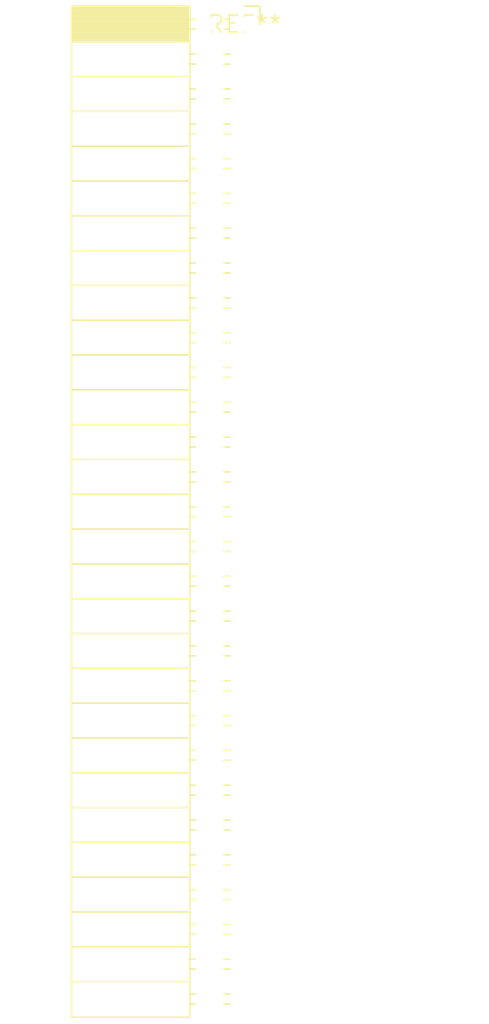
<source format=kicad_pcb>
(kicad_pcb (version 20240108) (generator pcbnew)
  (layers (0 "F.Cu" signal) (31 "B.Cu" signal) (34 "B.Paste" user) (35 "F.Paste" user) (36 "B.SilkS" user "B.Silkscreen") (37 "F.SilkS" user "F.Silkscreen") (38 "B.Mask" user) (39 "F.Mask" user) (44 "Edge.Cuts" user))
  (net 0 "")
  (footprint "PinSocket_2x29_P2.54mm_Horizontal" (layer "F.Cu") (at 0 0)
    (property "Reference" "REF**")
    (property "Value" "PinSocket_2x29_P2.54mm_Horizontal")
    (fp_line (start -12.63 -1.33) (end -12.63 72.45) (layer "F.SilkS") (stroke (width 0.12)))
    (fp_line (start -12.63 -1.33) (end -4 -1.33) (layer "F.SilkS") (stroke (width 0.12)))
    (fp_line (start -12.63 -1.21) (end -4 -1.21) (layer "F.SilkS") (stroke (width 0.12)))
    (fp_line (start -12.63 -1.091905) (end -4 -1.091905) (layer "F.SilkS") (stroke (width 0.12)))
    (fp_line (start -12.63 -0.97381) (end -4 -0.97381) (layer "F.SilkS") (stroke (width 0.12)))
    (fp_line (start -12.63 -0.855715) (end -4 -0.855715) (layer "F.SilkS") (stroke (width 0.12)))
    (fp_line (start -12.63 -0.73762) (end -4 -0.73762) (layer "F.SilkS") (stroke (width 0.12)))
    (fp_line (start -12.63 -0.619525) (end -4 -0.619525) (layer "F.SilkS") (stroke (width 0.12)))
    (fp_line (start -12.63 -0.50143) (end -4 -0.50143) (layer "F.SilkS") (stroke (width 0.12)))
    (fp_line (start -12.63 -0.383335) (end -4 -0.383335) (layer "F.SilkS") (stroke (width 0.12)))
    (fp_line (start -12.63 -0.26524) (end -4 -0.26524) (layer "F.SilkS") (stroke (width 0.12)))
    (fp_line (start -12.63 -0.147145) (end -4 -0.147145) (layer "F.SilkS") (stroke (width 0.12)))
    (fp_line (start -12.63 -0.02905) (end -4 -0.02905) (layer "F.SilkS") (stroke (width 0.12)))
    (fp_line (start -12.63 0.089045) (end -4 0.089045) (layer "F.SilkS") (stroke (width 0.12)))
    (fp_line (start -12.63 0.20714) (end -4 0.20714) (layer "F.SilkS") (stroke (width 0.12)))
    (fp_line (start -12.63 0.325235) (end -4 0.325235) (layer "F.SilkS") (stroke (width 0.12)))
    (fp_line (start -12.63 0.44333) (end -4 0.44333) (layer "F.SilkS") (stroke (width 0.12)))
    (fp_line (start -12.63 0.561425) (end -4 0.561425) (layer "F.SilkS") (stroke (width 0.12)))
    (fp_line (start -12.63 0.67952) (end -4 0.67952) (layer "F.SilkS") (stroke (width 0.12)))
    (fp_line (start -12.63 0.797615) (end -4 0.797615) (layer "F.SilkS") (stroke (width 0.12)))
    (fp_line (start -12.63 0.91571) (end -4 0.91571) (layer "F.SilkS") (stroke (width 0.12)))
    (fp_line (start -12.63 1.033805) (end -4 1.033805) (layer "F.SilkS") (stroke (width 0.12)))
    (fp_line (start -12.63 1.1519) (end -4 1.1519) (layer "F.SilkS") (stroke (width 0.12)))
    (fp_line (start -12.63 1.27) (end -4 1.27) (layer "F.SilkS") (stroke (width 0.12)))
    (fp_line (start -12.63 3.81) (end -4 3.81) (layer "F.SilkS") (stroke (width 0.12)))
    (fp_line (start -12.63 6.35) (end -4 6.35) (layer "F.SilkS") (stroke (width 0.12)))
    (fp_line (start -12.63 8.89) (end -4 8.89) (layer "F.SilkS") (stroke (width 0.12)))
    (fp_line (start -12.63 11.43) (end -4 11.43) (layer "F.SilkS") (stroke (width 0.12)))
    (fp_line (start -12.63 13.97) (end -4 13.97) (layer "F.SilkS") (stroke (width 0.12)))
    (fp_line (start -12.63 16.51) (end -4 16.51) (layer "F.SilkS") (stroke (width 0.12)))
    (fp_line (start -12.63 19.05) (end -4 19.05) (layer "F.SilkS") (stroke (width 0.12)))
    (fp_line (start -12.63 21.59) (end -4 21.59) (layer "F.SilkS") (stroke (width 0.12)))
    (fp_line (start -12.63 24.13) (end -4 24.13) (layer "F.SilkS") (stroke (width 0.12)))
    (fp_line (start -12.63 26.67) (end -4 26.67) (layer "F.SilkS") (stroke (width 0.12)))
    (fp_line (start -12.63 29.21) (end -4 29.21) (layer "F.SilkS") (stroke (width 0.12)))
    (fp_line (start -12.63 31.75) (end -4 31.75) (layer "F.SilkS") (stroke (width 0.12)))
    (fp_line (start -12.63 34.29) (end -4 34.29) (layer "F.SilkS") (stroke (width 0.12)))
    (fp_line (start -12.63 36.83) (end -4 36.83) (layer "F.SilkS") (stroke (width 0.12)))
    (fp_line (start -12.63 39.37) (end -4 39.37) (layer "F.SilkS") (stroke (width 0.12)))
    (fp_line (start -12.63 41.91) (end -4 41.91) (layer "F.SilkS") (stroke (width 0.12)))
    (fp_line (start -12.63 44.45) (end -4 44.45) (layer "F.SilkS") (stroke (width 0.12)))
    (fp_line (start -12.63 46.99) (end -4 46.99) (layer "F.SilkS") (stroke (width 0.12)))
    (fp_line (start -12.63 49.53) (end -4 49.53) (layer "F.SilkS") (stroke (width 0.12)))
    (fp_line (start -12.63 52.07) (end -4 52.07) (layer "F.SilkS") (stroke (width 0.12)))
    (fp_line (start -12.63 54.61) (end -4 54.61) (layer "F.SilkS") (stroke (width 0.12)))
    (fp_line (start -12.63 57.15) (end -4 57.15) (layer "F.SilkS") (stroke (width 0.12)))
    (fp_line (start -12.63 59.69) (end -4 59.69) (layer "F.SilkS") (stroke (width 0.12)))
    (fp_line (start -12.63 62.23) (end -4 62.23) (layer "F.SilkS") (stroke (width 0.12)))
    (fp_line (start -12.63 64.77) (end -4 64.77) (layer "F.SilkS") (stroke (width 0.12)))
    (fp_line (start -12.63 67.31) (end -4 67.31) (layer "F.SilkS") (stroke (width 0.12)))
    (fp_line (start -12.63 69.85) (end -4 69.85) (layer "F.SilkS") (stroke (width 0.12)))
    (fp_line (start -12.63 72.45) (end -4 72.45) (layer "F.SilkS") (stroke (width 0.12)))
    (fp_line (start -4 -1.33) (end -4 72.45) (layer "F.SilkS") (stroke (width 0.12)))
    (fp_line (start -4 -0.36) (end -3.59 -0.36) (layer "F.SilkS") (stroke (width 0.12)))
    (fp_line (start -4 0.36) (end -3.59 0.36) (layer "F.SilkS") (stroke (width 0.12)))
    (fp_line (start -4 2.18) (end -3.59 2.18) (layer "F.SilkS") (stroke (width 0.12)))
    (fp_line (start -4 2.9) (end -3.59 2.9) (layer "F.SilkS") (stroke (width 0.12)))
    (fp_line (start -4 4.72) (end -3.59 4.72) (layer "F.SilkS") (stroke (width 0.12)))
    (fp_line (start -4 5.44) (end -3.59 5.44) (layer "F.SilkS") (stroke (width 0.12)))
    (fp_line (start -4 7.26) (end -3.59 7.26) (layer "F.SilkS") (stroke (width 0.12)))
    (fp_line (start -4 7.98) (end -3.59 7.98) (layer "F.SilkS") (stroke (width 0.12)))
    (fp_line (start -4 9.8) (end -3.59 9.8) (layer "F.SilkS") (stroke (width 0.12)))
    (fp_line (start -4 10.52) (end -3.59 10.52) (layer "F.SilkS") (stroke (width 0.12)))
    (fp_line (start -4 12.34) (end -3.59 12.34) (layer "F.SilkS") (stroke (width 0.12)))
    (fp_line (start -4 13.06) (end -3.59 13.06) (layer "F.SilkS") (stroke (width 0.12)))
    (fp_line (start -4 14.88) (end -3.59 14.88) (layer "F.SilkS") (stroke (width 0.12)))
    (fp_line (start -4 15.6) (end -3.59 15.6) (layer "F.SilkS") (stroke (width 0.12)))
    (fp_line (start -4 17.42) (end -3.59 17.42) (layer "F.SilkS") (stroke (width 0.12)))
    (fp_line (start -4 18.14) (end -3.59 18.14) (layer "F.SilkS") (stroke (width 0.12)))
    (fp_line (start -4 19.96) (end -3.59 19.96) (layer "F.SilkS") (stroke (width 0.12)))
    (fp_line (start -4 20.68) (end -3.59 20.68) (layer "F.SilkS") (stroke (width 0.12)))
    (fp_line (start -4 22.5) (end -3.59 22.5) (layer "F.SilkS") (stroke (width 0.12)))
    (fp_line (start -4 23.22) (end -3.59 23.22) (layer "F.SilkS") (stroke (width 0.12)))
    (fp_line (start -4 25.04) (end -3.59 25.04) (layer "F.SilkS") (stroke (width 0.12)))
    (fp_line (start -4 25.76) (end -3.59 25.76) (layer "F.SilkS") (stroke (width 0.12)))
    (fp_line (start -4 27.58) (end -3.59 27.58) (layer "F.SilkS") (stroke (width 0.12)))
    (fp_line (start -4 28.3) (end -3.59 28.3) (layer "F.SilkS") (stroke (width 0.12)))
    (fp_line (start -4 30.12) (end -3.59 30.12) (layer "F.SilkS") (stroke (width 0.12)))
    (fp_line (start -4 30.84) (end -3.59 30.84) (layer "F.SilkS") (stroke (width 0.12)))
    (fp_line (start -4 32.66) (end -3.59 32.66) (layer "F.SilkS") (stroke (width 0.12)))
    (fp_line (start -4 33.38) (end -3.59 33.38) (layer "F.SilkS") (stroke (width 0.12)))
    (fp_line (start -4 35.2) (end -3.59 35.2) (layer "F.SilkS") (stroke (width 0.12)))
    (fp_line (start -4 35.92) (end -3.59 35.92) (layer "F.SilkS") (stroke (width 0.12)))
    (fp_line (start -4 37.74) (end -3.59 37.74) (layer "F.SilkS") (stroke (width 0.12)))
    (fp_line (start -4 38.46) (end -3.59 38.46) (layer "F.SilkS") (stroke (width 0.12)))
    (fp_line (start -4 40.28) (end -3.59 40.28) (layer "F.SilkS") (stroke (width 0.12)))
    (fp_line (start -4 41) (end -3.59 41) (layer "F.SilkS") (stroke (width 0.12)))
    (fp_line (start -4 42.82) (end -3.59 42.82) (layer "F.SilkS") (stroke (width 0.12)))
    (fp_line (start -4 43.54) (end -3.59 43.54) (layer "F.SilkS") (stroke (width 0.12)))
    (fp_line (start -4 45.36) (end -3.59 45.36) (layer "F.SilkS") (stroke (width 0.12)))
    (fp_line (start -4 46.08) (end -3.59 46.08) (layer "F.SilkS") (stroke (width 0.12)))
    (fp_line (start -4 47.9) (end -3.59 47.9) (layer "F.SilkS") (stroke (width 0.12)))
    (fp_line (start -4 48.62) (end -3.59 48.62) (layer "F.SilkS") (stroke (width 0.12)))
    (fp_line (start -4 50.44) (end -3.59 50.44) (layer "F.SilkS") (stroke (width 0.12)))
    (fp_line (start -4 51.16) (end -3.59 51.16) (layer "F.SilkS") (stroke (width 0.12)))
    (fp_line (start -4 52.98) (end -3.59 52.98) (layer "F.SilkS") (stroke (width 0.12)))
    (fp_line (start -4 53.7) (end -3.59 53.7) (layer "F.SilkS") (stroke (width 0.12)))
    (fp_line (start -4 55.52) (end -3.59 55.52) (layer "F.SilkS") (stroke (width 0.12)))
    (fp_line (start -4 56.24) (end -3.59 56.24) (layer "F.SilkS") (stroke (width 0.12)))
    (fp_line (start -4 58.06) (end -3.59 58.06) (layer "F.SilkS") (stroke (width 0.12)))
    (fp_line (start -4 58.78) (end -3.59 58.78) (layer "F.SilkS") (stroke (width 0.12)))
    (fp_line (start -4 60.6) (end -3.59 60.6) (layer "F.SilkS") (stroke (width 0.12)))
    (fp_line (start -4 61.32) (end -3.59 61.32) (layer "F.SilkS") (stroke (width 0.12)))
    (fp_line (start -4 63.14) (end -3.59 63.14) (layer "F.SilkS") (stroke (width 0.12)))
    (fp_line (start -4 63.86) (end -3.59 63.86) (layer "F.SilkS") (stroke (width 0.12)))
    (fp_line (start -4 65.68) (end -3.59 65.68) (layer "F.SilkS") (stroke (width 0.12)))
    (fp_line (start -4 66.4) (end -3.59 66.4) (layer "F.SilkS") (stroke (width 0.12)))
    (fp_line (start -4 68.22) (end -3.59 68.22) (layer "F.SilkS") (stroke (width 0.12)))
    (fp_line (start -4 68.94) (end -3.59 68.94) (layer "F.SilkS") (stroke (width 0.12)))
    (fp_line (start -4 70.76) (end -3.59 70.76) (layer "F.SilkS") (stroke (width 0.12)))
    (fp_line (start -4 71.48) (end -3.59 71.48) (layer "F.SilkS") (stroke (width 0.12)))
    (fp_line (start -1.49 -0.36) (end -1.11 -0.36) (layer "F.SilkS") (stroke (width 0.12)))
    (fp_line (start -1.49 0.36) (end -1.11 0.36) (layer "F.SilkS") (stroke (width 0.12)))
    (fp_line (start -1.49 2.18) (end -1.05 2.18) (layer "F.SilkS") (stroke (width 0.12)))
    (fp_line (start -1.49 2.9) (end -1.05 2.9) (layer "F.SilkS") (stroke (width 0.12)))
    (fp_line (start -1.49 4.72) (end -1.05 4.72) (layer "F.SilkS") (stroke (width 0.12)))
    (fp_line (start -1.49 5.44) (end -1.05 5.44) (layer "F.SilkS") (stroke (width 0.12)))
    (fp_line (start -1.49 7.26) (end -1.05 7.26) (layer "F.SilkS") (stroke (width 0.12)))
    (fp_line (start -1.49 7.98) (end -1.05 7.98) (layer "F.SilkS") (stroke (width 0.12)))
    (fp_line (start -1.49 9.8) (end -1.05 9.8) (layer "F.SilkS") (stroke (width 0.12)))
    (fp_line (start -1.49 10.52) (end -1.05 10.52) (layer "F.SilkS") (stroke (width 0.12)))
    (fp_line (start -1.49 12.34) (end -1.05 12.34) (layer "F.SilkS") (stroke (width 0.12)))
    (fp_line (start -1.49 13.06) (end -1.05 13.06) (layer "F.SilkS") (stroke (width 0.12)))
    (fp_line (start -1.49 14.88) (end -1.05 14.88) (layer "F.SilkS") (stroke (width 0.12)))
    (fp_line (start -1.49 15.6) (end -1.05 15.6) (layer "F.SilkS") (stroke (width 0.12)))
    (fp_line (start -1.49 17.42) (end -1.05 17.42) (layer "F.SilkS") (stroke (width 0.12)))
    (fp_line (start -1.49 18.14) (end -1.05 18.14) (layer "F.SilkS") (stroke (width 0.12)))
    (fp_line (start -1.49 19.96) (end -1.05 19.96) (layer "F.SilkS") (stroke (width 0.12)))
    (fp_line (start -1.49 20.68) (end -1.05 20.68) (layer "F.SilkS") (stroke (width 0.12)))
    (fp_line (start -1.49 22.5) (end -1.05 22.5) (layer "F.SilkS") (stroke (width 0.12)))
    (fp_line (start -1.49 23.22) (end -1.05 23.22) (layer "F.SilkS") (stroke (width 0.12)))
    (fp_line (start -1.49 25.04) (end -1.05 25.04) (layer "F.SilkS") (stroke (width 0.12)))
    (fp_line (start -1.49 25.76) (end -1.05 25.76) (layer "F.SilkS") (stroke (width 0.12)))
    (fp_line (start -1.49 27.58) (end -1.05 27.58) (layer "F.SilkS") (stroke (width 0.12)))
    (fp_line (start -1.49 28.3) (end -1.05 28.3) (layer "F.SilkS") (stroke (width 0.12)))
    (fp_line (start -1.49 30.12) (end -1.05 30.12) (layer "F.SilkS") (stroke (width 0.12)))
    (fp_line (start -1.49 30.84) (end -1.05 30.84) (layer "F.SilkS") (stroke (width 0.12)))
    (fp_line (start -1.49 32.66) (end -1.05 32.66) (layer "F.SilkS") (stroke (width 0.12)))
    (fp_line (start -1.49 33.38) (end -1.05 33.38) (layer "F.SilkS") (stroke (width 0.12)))
    (fp_line (start -1.49 35.2) (end -1.05 35.2) (layer "F.SilkS") (stroke (width 0.12)))
    (fp_line (start -1.49 35.92) (end -1.05 35.92) (layer "F.SilkS") (stroke (width 0.12)))
    (fp_line (start -1.49 37.74) (end -1.05 37.74) (layer "F.SilkS") (stroke (width 0.12)))
    (fp_line (start -1.49 38.46) (end -1.05 38.46) (layer "F.SilkS") (stroke (width 0.12)))
    (fp_line (start -1.49 40.28) (end -1.05 40.28) (layer "F.SilkS") (stroke (width 0.12)))
    (fp_line (start -1.49 41) (end -1.05 41) (layer "F.SilkS") (stroke (width 0.12)))
    (fp_line (start -1.49 42.82) (end -1.05 42.82) (layer "F.SilkS") (stroke (width 0.12)))
    (fp_line (start -1.49 43.54) (end -1.05 43.54) (layer "F.SilkS") (stroke (width 0.12)))
    (fp_line (start -1.49 45.36) (end -1.05 45.36) (layer "F.SilkS") (stroke (width 0.12)))
    (fp_line (start -1.49 46.08) (end -1.05 46.08) (layer "F.SilkS") (stroke (width 0.12)))
    (fp_line (start -1.49 47.9) (end -1.05 47.9) (layer "F.SilkS") (stroke (width 0.12)))
    (fp_line (start -1.49 48.62) (end -1.05 48.62) (layer "F.SilkS") (stroke (width 0.12)))
    (fp_line (start -1.49 50.44) (end -1.05 50.44) (layer "F.SilkS") (stroke (width 0.12)))
    (fp_line (start -1.49 51.16) (end -1.05 51.16) (layer "F.SilkS") (stroke (width 0.12)))
    (fp_line (start -1.49 52.98) (end -1.05 52.98) (layer "F.SilkS") (stroke (width 0.12)))
    (fp_line (start -1.49 53.7) (end -1.05 53.7) (layer "F.SilkS") (stroke (width 0.12)))
    (fp_line (start -1.49 55.52) (end -1.05 55.52) (layer "F.SilkS") (stroke (width 0.12)))
    (fp_line (start -1.49 56.24) (end -1.05 56.24) (layer "F.SilkS") (stroke (width 0.12)))
    (fp_line (start -1.49 58.06) (end -1.05 58.06) (layer "F.SilkS") (stroke (width 0.12)))
    (fp_line (start -1.49 58.78) (end -1.05 58.78) (layer "F.SilkS") (stroke (width 0.12)))
    (fp_line (start -1.49 60.6) (end -1.05 60.6) (layer "F.SilkS") (stroke (width 0.12)))
    (fp_line (start -1.49 61.32) (end -1.05 61.32) (layer "F.SilkS") (stroke (width 0.12)))
    (fp_line (start -1.49 63.14) (end -1.05 63.14) (layer "F.SilkS") (stroke (width 0.12)))
    (fp_line (start -1.49 63.86) (end -1.05 63.86) (layer "F.SilkS") (stroke (width 0.12)))
    (fp_line (start -1.49 65.68) (end -1.05 65.68) (layer "F.SilkS") (stroke (width 0.12)))
    (fp_line (start -1.49 66.4) (end -1.05 66.4) (layer "F.SilkS") (stroke (width 0.12)))
    (fp_line (start -1.49 68.22) (end -1.05 68.22) (layer "F.SilkS") (stroke (width 0.12)))
    (fp_line (start -1.49 68.94) (end -1.05 68.94) (layer "F.SilkS") (stroke (width 0.12)))
    (fp_line (start -1.49 70.76) (end -1.05 70.76) (layer "F.SilkS") (stroke (width 0.12)))
    (fp_line (start -1.49 71.48) (end -1.05 71.48) (layer "F.SilkS") (stroke (width 0.12)))
    (fp_line (start 0 -1.33) (end 1.11 -1.33) (layer "F.SilkS") (stroke (width 0.12)))
    (fp_line (start 1.11 -1.33) (end 1.11 0) (layer "F.SilkS") (stroke (width 0.12)))
    (pad "1" thru_hole rect (at 0 0) (size 1.7 1.7) (drill 1) (layers *.Cu *.Mask) (remove_unused_layers))
    (pad "2" thru_hole oval (at -2.54 0) (size 1.7 1.7) (drill 1) (layers *.Cu *.Mask) (remove_unused_layers))
    (pad "3" thru_hole oval (at 0 2.54) (size 1.7 1.7) (drill 1) (layers *.Cu *.Mask) (remove_unused_layers))
    (pad "4" thru_hole oval (at -2.54 2.54) (size 1.7 1.7) (drill 1) (layers *.Cu *.Mask) (remove_unused_layers))
    (pad "5" thru_hole oval (at 0 5.08) (size 1.7 1.7) (drill 1) (layers *.Cu *.Mask) (remove_unused_layers))
    (pad "6" thru_hole oval (at -2.54 5.08) (size 1.7 1.7) (drill 1) (layers *.Cu *.Mask) (remove_unused_layers))
    (pad "7" thru_hole oval (at 0 7.62) (size 1.7 1.7) (drill 1) (layers *.Cu *.Mask) (remove_unused_layers))
    (pad "8" thru_hole oval (at -2.54 7.62) (size 1.7 1.7) (drill 1) (layers *.Cu *.Mask) (remove_unused_layers))
    (pad "9" thru_hole oval (at 0 10.16) (size 1.7 1.7) (drill 1) (layers *.Cu *.Mask) (remove_unused_layers))
    (pad "10" thru_hole oval (at -2.54 10.16) (size 1.7 1.7) (drill 1) (layers *.Cu *.Mask) (remove_unused_layers))
    (pad "11" thru_hole oval (at 0 12.7) (size 1.7 1.7) (drill 1) (layers *.Cu *.Mask) (remove_unused_layers))
    (pad "12" thru_hole oval (at -2.54 12.7) (size 1.7 1.7) (drill 1) (layers *.Cu *.Mask) (remove_unused_layers))
    (pad "13" thru_hole oval (at 0 15.24) (size 1.7 1.7) (drill 1) (layers *.Cu *.Mask) (remove_unused_layers))
    (pad "14" thru_hole oval (at -2.54 15.24) (size 1.7 1.7) (drill 1) (layers *.Cu *.Mask) (remove_unused_layers))
    (pad "15" thru_hole oval (at 0 17.78) (size 1.7 1.7) (drill 1) (layers *.Cu *.Mask) (remove_unused_layers))
    (pad "16" thru_hole oval (at -2.54 17.78) (size 1.7 1.7) (drill 1) (layers *.Cu *.Mask) (remove_unused_layers))
    (pad "17" thru_hole oval (at 0 20.32) (size 1.7 1.7) (drill 1) (layers *.Cu *.Mask) (remove_unused_layers))
    (pad "18" thru_hole oval (at -2.54 20.32) (size 1.7 1.7) (drill 1) (layers *.Cu *.Mask) (remove_unused_layers))
    (pad "19" thru_hole oval (at 0 22.86) (size 1.7 1.7) (drill 1) (layers *.Cu *.Mask) (remove_unused_layers))
    (pad "20" thru_hole oval (at -2.54 22.86) (size 1.7 1.7) (drill 1) (layers *.Cu *.Mask) (remove_unused_layers))
    (pad "21" thru_hole oval (at 0 25.4) (size 1.7 1.7) (drill 1) (layers *.Cu *.Mask) (remove_unused_layers))
    (pad "22" thru_hole oval (at -2.54 25.4) (size 1.7 1.7) (drill 1) (layers *.Cu *.Mask) (remove_unused_layers))
    (pad "23" thru_hole oval (at 0 27.94) (size 1.7 1.7) (drill 1) (layers *.Cu *.Mask) (remove_unused_layers))
    (pad "24" thru_hole oval (at -2.54 27.94) (size 1.7 1.7) (drill 1) (layers *.Cu *.Mask) (remove_unused_layers))
    (pad "25" thru_hole oval (at 0 30.48) (size 1.7 1.7) (drill 1) (layers *.Cu *.Mask) (remove_unused_layers))
    (pad "26" thru_hole oval (at -2.54 30.48) (size 1.7 1.7) (drill 1) (layers *.Cu *.Mask) (remove_unused_layers))
    (pad "27" thru_hole oval (at 0 33.02) (size 1.7 1.7) (drill 1) (layers *.Cu *.Mask) (remove_unused_layers))
    (pad "28" thru_hole oval (at -2.54 33.02) (size 1.7 1.7) (drill 1) (layers *.Cu *.Mask) (remove_unused_layers))
    (pad "29" thru_hole oval (at 0 35.56) (size 1.7 1.7) (drill 1) (layers *.Cu *.Mask) (remove_unused_layers))
    (pad "30" thru_hole oval (at -2.54 35.56) (size 1.7 1.7) (drill 1) (layers *.Cu *.Mask) (remove_unused_layers))
    (pad "31" thru_hole oval (at 0 38.1) (size 1.7 1.7) (drill 1) (layers *.Cu *.Mask) (remove_unused_layers))
    (pad "32" thru_hole oval (at -2.54 38.1) (size 1.7 1.7) (drill 1) (layers *.Cu *.Mask) (remove_unused_layers))
    (pad "33" thru_hole oval (at 0 40.64) (size 1.7 1.7) (drill 1) (layers *.Cu *.Mask) (remove_unused_layers))
    (pad "34" thru_hole oval (at -2.54 40.64) (size 1.7 1.7) (drill 1) (layers *.Cu *.Mask) (remove_unused_layers))
    (pad "35" thru_hole oval (at 0 43.18) (size 1.7 1.7) (drill 1) (layers *.Cu *.Mask) (remove_unused_layers))
    (pad "36" thru_hole oval (at -2.54 43.18) (size 1.7 1.7) (drill 1) (layers *.Cu *.Mask) (remove_unused_layers))
    (pad "37" thru_hole oval (at 0 45.72) (size 1.7 1.7) (drill 1) (layers *.Cu *.Mask) (remove_unused_layers))
    (pad "38" thru_hole oval (at -2.54 45.72) (size 1.7 1.7) (drill 1) (layers *.Cu *.Mask) (remove_unused_layers))
    (pad "39" thru_hole oval (at 0 48.26) (size 1.7 1.7) (drill 1) (layers *.Cu *.Mask) (remove_unused_layers))
    (pad "40" thru_hole oval (at -2.54 48.26) (size 1.7 1.7) (drill 1) (layers *.Cu *.Mask) (remove_unused_layers))
    (pad "41" thru_hole oval (at 0 50.8) (size 1.7 1.7) (drill 1) (layers *.Cu *.Mask) (remove_unused_layers))
    (pad "42" thru_hole oval (at -2.54 50.8) (size 1.7 1.7) (drill 1) (layers *.Cu *.Mask) (remove_unused_layers))
    (pad "43" thru_hole oval (at 0 53.34) (size 1.7 1.7) (drill 1) (layers *.Cu *.Mask) (remove_unused_layers))
    (pad "44" thru_hole oval (at -2.54 53.34) (size 1.7 1.7) (drill 1) (layers *.Cu *.Mask) (remove_unused_layers))
    (pad "45" thru_hole oval (at 0 55.88) (size 1.7 1.7) (drill 1) (layers *.Cu *.Mask) (remove_unused_layers))
    (pad "46" thru_hole oval (at -2.54 55.88) (size 1.7 1.7) (drill 1) (layers *.Cu *.Mask) (remove_unused_layers))
    (pad "47" thru_hole oval (at 0 58.42) (size 1.7 1.7) (drill 1) (layers *.Cu *.Mask) (remove_unused_layers))
    (pad "48" thru_hole oval (at -2.54 58.42) (size 1.7 1.7) (drill 1) (layers *.Cu *.Mask) (remove_unused_layers))
    (pad "49" thru_hole oval (at 0 60.96) (size 1.7 1.7) (drill 1) (layers *.Cu *.Mask) (remove_unused_layers))
    (pad "50" thru_hole oval (at -2.54 60.96) (size 1.7 1.7) (drill 1) (layers *.Cu *.Mask) (remove_unused_layers))
    (pad "51" thru_hole oval (at 0 63.5) (size 1.7 1.7) (drill 1) (layers *.Cu *.Mask) (remove_unused_layers))
    (pad "52" thru_hole oval (at -2.54 63.5) (size 1.7 1.7) (drill 1) (layers *.Cu *.Mask) (remove_unused_layers))
    (pad "53" thru_hole oval (at 0 66.04) (size 1.7 1.7) (drill 1) (layers *.Cu *.Mask) (remove_unused_layers))
    (pad "54" thru_hole oval (at -2.54 66.04) (size 1.7 1.7) (drill 1) (layers *.Cu *.Mask) (remove_unused_layers))
    (pad "55" thru_hole oval (at 0 68.58) (size 1.7 1.7) (drill 1) (layers *.Cu *.Mask) (remove_unused_layers))
    (pad "56" thru_hole oval (at -2.54 68.58) (size 1.7 1.7) (drill 1) (layers *.Cu *.Mask) (remove_unused_layers))
    (pad "57" thru_hole oval (at 0 71.12) (size 1.7 1.7) (drill 1) (layers *.Cu *.Mask) (remove_unused_layers))
    (pad "58" thru_hole oval (at -2.54 71.12) (size 1.7 1.7) (drill 1) (layers *.Cu *.Mask) (remove_unused_layers))
  )
)
</source>
